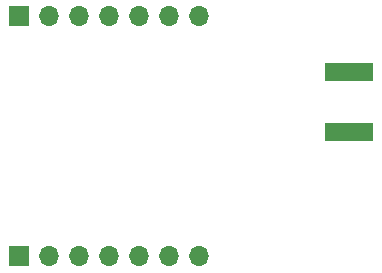
<source format=gbr>
G04 #@! TF.FileFunction,Soldermask,Bot*
%FSLAX46Y46*%
G04 Gerber Fmt 4.6, Leading zero omitted, Abs format (unit mm)*
G04 Created by KiCad (PCBNEW 4.0.7) date Sat Oct 28 23:03:15 2017*
%MOMM*%
%LPD*%
G01*
G04 APERTURE LIST*
%ADD10C,0.100000*%
%ADD11R,4.064000X1.524000*%
%ADD12R,1.700000X1.700000*%
%ADD13O,1.700000X1.700000*%
G04 APERTURE END LIST*
D10*
D11*
X203200000Y-83439000D03*
X203200000Y-78359000D03*
D12*
X175260000Y-93980000D03*
D13*
X177800000Y-93980000D03*
X180340000Y-93980000D03*
X182880000Y-93980000D03*
X185420000Y-93980000D03*
X187960000Y-93980000D03*
X190500000Y-93980000D03*
D12*
X175260000Y-73660000D03*
D13*
X177800000Y-73660000D03*
X180340000Y-73660000D03*
X182880000Y-73660000D03*
X185420000Y-73660000D03*
X187960000Y-73660000D03*
X190500000Y-73660000D03*
M02*

</source>
